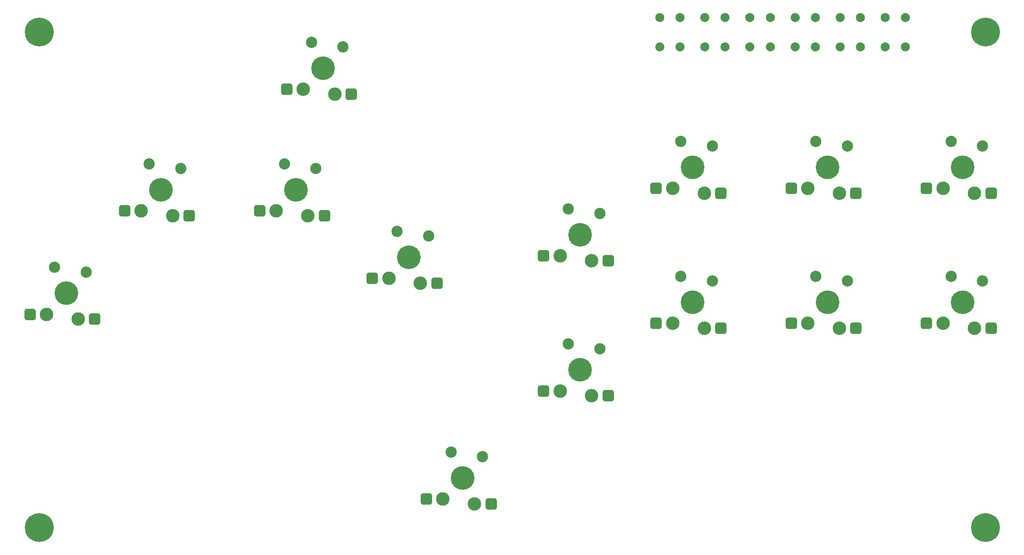
<source format=gbs>
G04 #@! TF.GenerationSoftware,KiCad,Pcbnew,8.0.4-8.0.4-0~ubuntu22.04.1*
G04 #@! TF.CreationDate,2024-07-29T20:53:54+08:00*
G04 #@! TF.ProjectId,halalsnackbox,68616c61-6c73-46e6-9163-6b626f782e6b,rev?*
G04 #@! TF.SameCoordinates,Original*
G04 #@! TF.FileFunction,Soldermask,Bot*
G04 #@! TF.FilePolarity,Negative*
%FSLAX46Y46*%
G04 Gerber Fmt 4.6, Leading zero omitted, Abs format (unit mm)*
G04 Created by KiCad (PCBNEW 8.0.4-8.0.4-0~ubuntu22.04.1) date 2024-07-29 20:53:54*
%MOMM*%
%LPD*%
G01*
G04 APERTURE LIST*
G04 Aperture macros list*
%AMRoundRect*
0 Rectangle with rounded corners*
0 $1 Rounding radius*
0 $2 $3 $4 $5 $6 $7 $8 $9 X,Y pos of 4 corners*
0 Add a 4 corners polygon primitive as box body*
4,1,4,$2,$3,$4,$5,$6,$7,$8,$9,$2,$3,0*
0 Add four circle primitives for the rounded corners*
1,1,$1+$1,$2,$3*
1,1,$1+$1,$4,$5*
1,1,$1+$1,$6,$7*
1,1,$1+$1,$8,$9*
0 Add four rect primitives between the rounded corners*
20,1,$1+$1,$2,$3,$4,$5,0*
20,1,$1+$1,$4,$5,$6,$7,0*
20,1,$1+$1,$6,$7,$8,$9,0*
20,1,$1+$1,$8,$9,$2,$3,0*%
G04 Aperture macros list end*
%ADD10C,2.000000*%
%ADD11C,6.400000*%
%ADD12C,3.000000*%
%ADD13C,5.250000*%
%ADD14RoundRect,0.500000X-0.750000X-0.775000X0.750000X-0.775000X0.750000X0.775000X-0.750000X0.775000X0*%
%ADD15C,2.500000*%
G04 APERTURE END LIST*
D10*
X157750000Y-13250000D03*
X157750000Y-6750000D03*
X162250000Y-13250000D03*
X162250000Y-6750000D03*
X197750000Y-13250000D03*
X197750000Y-6750000D03*
X202250000Y-13250000D03*
X202250000Y-6750000D03*
D11*
X10000000Y-120000000D03*
D10*
X177750000Y-13250000D03*
X177750000Y-6750000D03*
X182250000Y-13250000D03*
X182250000Y-6750000D03*
D11*
X220000000Y-10000000D03*
X220000000Y-120000000D03*
D10*
X167750000Y-13250000D03*
X167750000Y-6750000D03*
X172250000Y-13250000D03*
X172250000Y-6750000D03*
D11*
X10000000Y-10000000D03*
D12*
X11600000Y-72700000D03*
D13*
X16000000Y-68000000D03*
D12*
X18600000Y-73750000D03*
D14*
X7925000Y-72700000D03*
D15*
X13400000Y-62250000D03*
X20400000Y-63300000D03*
D14*
X22275000Y-73750000D03*
D12*
X150600000Y-44700000D03*
D13*
X155000000Y-40000000D03*
D12*
X157600000Y-45750000D03*
D14*
X146925000Y-44700000D03*
D15*
X152400000Y-34250000D03*
X159400000Y-35300000D03*
D14*
X161275000Y-45750000D03*
D12*
X87600000Y-64700000D03*
D13*
X92000000Y-60000000D03*
D12*
X94600000Y-65750000D03*
D14*
X83925000Y-64700000D03*
D15*
X89400000Y-54250000D03*
X96400000Y-55300000D03*
D14*
X98275000Y-65750000D03*
D12*
X125600000Y-89700000D03*
D13*
X130000000Y-85000000D03*
D12*
X132600000Y-90750000D03*
D14*
X121925000Y-89700000D03*
D15*
X127400000Y-79250000D03*
X134400000Y-80300000D03*
D14*
X136275000Y-90750000D03*
D12*
X32600000Y-49700000D03*
D13*
X37000000Y-45000000D03*
D12*
X39600000Y-50750000D03*
D14*
X28925000Y-49700000D03*
D15*
X34400000Y-39250000D03*
X41400000Y-40300000D03*
D14*
X43275000Y-50750000D03*
D12*
X68600000Y-22700000D03*
D13*
X73000000Y-18000000D03*
D12*
X75600000Y-23750000D03*
D14*
X64925000Y-22700000D03*
D15*
X70400000Y-12250000D03*
X77400000Y-13300000D03*
D14*
X79275000Y-23750000D03*
D12*
X180600000Y-74700000D03*
D13*
X185000000Y-70000000D03*
D12*
X187600000Y-75750000D03*
D14*
X176925000Y-74700000D03*
D15*
X182400000Y-64250000D03*
X189400000Y-65300000D03*
D14*
X191275000Y-75750000D03*
D12*
X125600000Y-59700000D03*
D13*
X130000000Y-55000000D03*
D12*
X132600000Y-60750000D03*
D14*
X121925000Y-59700000D03*
D15*
X127400000Y-49250000D03*
X134400000Y-50300000D03*
D14*
X136275000Y-60750000D03*
D10*
X147750000Y-13250000D03*
X147750000Y-6750000D03*
X152250000Y-13250000D03*
X152250000Y-6750000D03*
D12*
X62600000Y-49700000D03*
D13*
X67000000Y-45000000D03*
D12*
X69600000Y-50750000D03*
D14*
X58925000Y-49700000D03*
D15*
X64400000Y-39250000D03*
X71400000Y-40300000D03*
D14*
X73275000Y-50750000D03*
D12*
X99600000Y-113700000D03*
D13*
X104000000Y-109000000D03*
D12*
X106600000Y-114750000D03*
D14*
X95925000Y-113700000D03*
D15*
X101400000Y-103250000D03*
X108400000Y-104300000D03*
D14*
X110275000Y-114750000D03*
D10*
X187750000Y-13250000D03*
X187750000Y-6750000D03*
X192250000Y-13250000D03*
X192250000Y-6750000D03*
D12*
X210600000Y-74700000D03*
D13*
X215000000Y-70000000D03*
D12*
X217600000Y-75750000D03*
D14*
X206925000Y-74700000D03*
D15*
X212400000Y-64250000D03*
X219400000Y-65300000D03*
D14*
X221275000Y-75750000D03*
D12*
X150600000Y-74700000D03*
D13*
X155000000Y-70000000D03*
D12*
X157600000Y-75750000D03*
D14*
X146925000Y-74700000D03*
D15*
X152400000Y-64250000D03*
X159400000Y-65300000D03*
D14*
X161275000Y-75750000D03*
D12*
X180600000Y-44700000D03*
D13*
X185000000Y-40000000D03*
D12*
X187600000Y-45750000D03*
D14*
X176925000Y-44700000D03*
D15*
X182400000Y-34250000D03*
X189400000Y-35300000D03*
D14*
X191275000Y-45750000D03*
D12*
X210600000Y-44700000D03*
D13*
X215000000Y-40000000D03*
D12*
X217600000Y-45750000D03*
D14*
X206925000Y-44700000D03*
D15*
X212400000Y-34250000D03*
X219400000Y-35300000D03*
D14*
X221275000Y-45750000D03*
M02*

</source>
